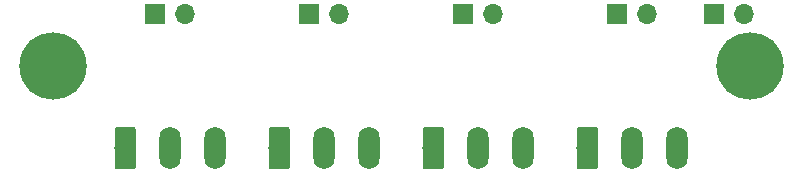
<source format=gbr>
G04 #@! TF.GenerationSoftware,KiCad,Pcbnew,(5.1.2)-1*
G04 #@! TF.CreationDate,2020-06-05T15:04:51-04:00*
G04 #@! TF.ProjectId,Step_Direction_Board,53746570-5f44-4697-9265-6374696f6e5f,rev?*
G04 #@! TF.SameCoordinates,PX7270e00PY78a3ca0*
G04 #@! TF.FileFunction,Copper,L1,Top*
G04 #@! TF.FilePolarity,Positive*
%FSLAX46Y46*%
G04 Gerber Fmt 4.6, Leading zero omitted, Abs format (unit mm)*
G04 Created by KiCad (PCBNEW (5.1.2)-1) date 2020-06-05 15:04:51*
%MOMM*%
%LPD*%
G04 APERTURE LIST*
%ADD10O,1.700000X1.700000*%
%ADD11R,1.700000X1.700000*%
%ADD12O,1.800000X3.600000*%
%ADD13C,0.100000*%
%ADD14C,1.800000*%
%ADD15C,5.700000*%
G04 APERTURE END LIST*
D10*
X53323846Y15376036D03*
D11*
X50783846Y15376036D03*
D10*
X40283846Y15376036D03*
D11*
X37743846Y15376036D03*
D10*
X27243846Y15376036D03*
D11*
X24703846Y15376036D03*
D10*
X14203846Y15376036D03*
D11*
X11663846Y15376036D03*
D10*
X61540000Y15376036D03*
D11*
X59000000Y15376036D03*
D12*
X55871055Y4036653D03*
X52061055Y4036653D03*
D13*
G36*
X48925559Y5835449D02*
G01*
X48949828Y5831849D01*
X48973626Y5825888D01*
X48996726Y5817623D01*
X49018904Y5807133D01*
X49039948Y5794520D01*
X49059653Y5779906D01*
X49077832Y5763430D01*
X49094308Y5745251D01*
X49108922Y5725546D01*
X49121535Y5704502D01*
X49132025Y5682324D01*
X49140290Y5659224D01*
X49146251Y5635426D01*
X49149851Y5611157D01*
X49151055Y5586653D01*
X49151055Y2486653D01*
X49149851Y2462149D01*
X49146251Y2437880D01*
X49140290Y2414082D01*
X49132025Y2390982D01*
X49121535Y2368804D01*
X49108922Y2347760D01*
X49094308Y2328055D01*
X49077832Y2309876D01*
X49059653Y2293400D01*
X49039948Y2278786D01*
X49018904Y2266173D01*
X48996726Y2255683D01*
X48973626Y2247418D01*
X48949828Y2241457D01*
X48925559Y2237857D01*
X48901055Y2236653D01*
X47601055Y2236653D01*
X47576551Y2237857D01*
X47552282Y2241457D01*
X47528484Y2247418D01*
X47505384Y2255683D01*
X47483206Y2266173D01*
X47462162Y2278786D01*
X47442457Y2293400D01*
X47424278Y2309876D01*
X47407802Y2328055D01*
X47393188Y2347760D01*
X47380575Y2368804D01*
X47370085Y2390982D01*
X47361820Y2414082D01*
X47355859Y2437880D01*
X47352259Y2462149D01*
X47351055Y2486653D01*
X47351055Y5586653D01*
X47352259Y5611157D01*
X47355859Y5635426D01*
X47361820Y5659224D01*
X47370085Y5682324D01*
X47380575Y5704502D01*
X47393188Y5725546D01*
X47407802Y5745251D01*
X47424278Y5763430D01*
X47442457Y5779906D01*
X47462162Y5794520D01*
X47483206Y5807133D01*
X47505384Y5817623D01*
X47528484Y5825888D01*
X47552282Y5831849D01*
X47576551Y5835449D01*
X47601055Y5836653D01*
X48901055Y5836653D01*
X48925559Y5835449D01*
X48925559Y5835449D01*
G37*
D14*
X48251055Y4036653D03*
D12*
X42831055Y4036653D03*
X39021055Y4036653D03*
D13*
G36*
X35885559Y5835449D02*
G01*
X35909828Y5831849D01*
X35933626Y5825888D01*
X35956726Y5817623D01*
X35978904Y5807133D01*
X35999948Y5794520D01*
X36019653Y5779906D01*
X36037832Y5763430D01*
X36054308Y5745251D01*
X36068922Y5725546D01*
X36081535Y5704502D01*
X36092025Y5682324D01*
X36100290Y5659224D01*
X36106251Y5635426D01*
X36109851Y5611157D01*
X36111055Y5586653D01*
X36111055Y2486653D01*
X36109851Y2462149D01*
X36106251Y2437880D01*
X36100290Y2414082D01*
X36092025Y2390982D01*
X36081535Y2368804D01*
X36068922Y2347760D01*
X36054308Y2328055D01*
X36037832Y2309876D01*
X36019653Y2293400D01*
X35999948Y2278786D01*
X35978904Y2266173D01*
X35956726Y2255683D01*
X35933626Y2247418D01*
X35909828Y2241457D01*
X35885559Y2237857D01*
X35861055Y2236653D01*
X34561055Y2236653D01*
X34536551Y2237857D01*
X34512282Y2241457D01*
X34488484Y2247418D01*
X34465384Y2255683D01*
X34443206Y2266173D01*
X34422162Y2278786D01*
X34402457Y2293400D01*
X34384278Y2309876D01*
X34367802Y2328055D01*
X34353188Y2347760D01*
X34340575Y2368804D01*
X34330085Y2390982D01*
X34321820Y2414082D01*
X34315859Y2437880D01*
X34312259Y2462149D01*
X34311055Y2486653D01*
X34311055Y5586653D01*
X34312259Y5611157D01*
X34315859Y5635426D01*
X34321820Y5659224D01*
X34330085Y5682324D01*
X34340575Y5704502D01*
X34353188Y5725546D01*
X34367802Y5745251D01*
X34384278Y5763430D01*
X34402457Y5779906D01*
X34422162Y5794520D01*
X34443206Y5807133D01*
X34465384Y5817623D01*
X34488484Y5825888D01*
X34512282Y5831849D01*
X34536551Y5835449D01*
X34561055Y5836653D01*
X35861055Y5836653D01*
X35885559Y5835449D01*
X35885559Y5835449D01*
G37*
D14*
X35211055Y4036653D03*
D12*
X29791055Y4036653D03*
X25981055Y4036653D03*
D13*
G36*
X22845559Y5835449D02*
G01*
X22869828Y5831849D01*
X22893626Y5825888D01*
X22916726Y5817623D01*
X22938904Y5807133D01*
X22959948Y5794520D01*
X22979653Y5779906D01*
X22997832Y5763430D01*
X23014308Y5745251D01*
X23028922Y5725546D01*
X23041535Y5704502D01*
X23052025Y5682324D01*
X23060290Y5659224D01*
X23066251Y5635426D01*
X23069851Y5611157D01*
X23071055Y5586653D01*
X23071055Y2486653D01*
X23069851Y2462149D01*
X23066251Y2437880D01*
X23060290Y2414082D01*
X23052025Y2390982D01*
X23041535Y2368804D01*
X23028922Y2347760D01*
X23014308Y2328055D01*
X22997832Y2309876D01*
X22979653Y2293400D01*
X22959948Y2278786D01*
X22938904Y2266173D01*
X22916726Y2255683D01*
X22893626Y2247418D01*
X22869828Y2241457D01*
X22845559Y2237857D01*
X22821055Y2236653D01*
X21521055Y2236653D01*
X21496551Y2237857D01*
X21472282Y2241457D01*
X21448484Y2247418D01*
X21425384Y2255683D01*
X21403206Y2266173D01*
X21382162Y2278786D01*
X21362457Y2293400D01*
X21344278Y2309876D01*
X21327802Y2328055D01*
X21313188Y2347760D01*
X21300575Y2368804D01*
X21290085Y2390982D01*
X21281820Y2414082D01*
X21275859Y2437880D01*
X21272259Y2462149D01*
X21271055Y2486653D01*
X21271055Y5586653D01*
X21272259Y5611157D01*
X21275859Y5635426D01*
X21281820Y5659224D01*
X21290085Y5682324D01*
X21300575Y5704502D01*
X21313188Y5725546D01*
X21327802Y5745251D01*
X21344278Y5763430D01*
X21362457Y5779906D01*
X21382162Y5794520D01*
X21403206Y5807133D01*
X21425384Y5817623D01*
X21448484Y5825888D01*
X21472282Y5831849D01*
X21496551Y5835449D01*
X21521055Y5836653D01*
X22821055Y5836653D01*
X22845559Y5835449D01*
X22845559Y5835449D01*
G37*
D14*
X22171055Y4036653D03*
D12*
X16751055Y4036653D03*
X12941055Y4036653D03*
D13*
G36*
X9805559Y5835449D02*
G01*
X9829828Y5831849D01*
X9853626Y5825888D01*
X9876726Y5817623D01*
X9898904Y5807133D01*
X9919948Y5794520D01*
X9939653Y5779906D01*
X9957832Y5763430D01*
X9974308Y5745251D01*
X9988922Y5725546D01*
X10001535Y5704502D01*
X10012025Y5682324D01*
X10020290Y5659224D01*
X10026251Y5635426D01*
X10029851Y5611157D01*
X10031055Y5586653D01*
X10031055Y2486653D01*
X10029851Y2462149D01*
X10026251Y2437880D01*
X10020290Y2414082D01*
X10012025Y2390982D01*
X10001535Y2368804D01*
X9988922Y2347760D01*
X9974308Y2328055D01*
X9957832Y2309876D01*
X9939653Y2293400D01*
X9919948Y2278786D01*
X9898904Y2266173D01*
X9876726Y2255683D01*
X9853626Y2247418D01*
X9829828Y2241457D01*
X9805559Y2237857D01*
X9781055Y2236653D01*
X8481055Y2236653D01*
X8456551Y2237857D01*
X8432282Y2241457D01*
X8408484Y2247418D01*
X8385384Y2255683D01*
X8363206Y2266173D01*
X8342162Y2278786D01*
X8322457Y2293400D01*
X8304278Y2309876D01*
X8287802Y2328055D01*
X8273188Y2347760D01*
X8260575Y2368804D01*
X8250085Y2390982D01*
X8241820Y2414082D01*
X8235859Y2437880D01*
X8232259Y2462149D01*
X8231055Y2486653D01*
X8231055Y5586653D01*
X8232259Y5611157D01*
X8235859Y5635426D01*
X8241820Y5659224D01*
X8250085Y5682324D01*
X8260575Y5704502D01*
X8273188Y5725546D01*
X8287802Y5745251D01*
X8304278Y5763430D01*
X8322457Y5779906D01*
X8342162Y5794520D01*
X8363206Y5807133D01*
X8385384Y5817623D01*
X8408484Y5825888D01*
X8432282Y5831849D01*
X8456551Y5835449D01*
X8481055Y5836653D01*
X9781055Y5836653D01*
X9805559Y5835449D01*
X9805559Y5835449D01*
G37*
D14*
X9131055Y4036653D03*
D15*
X62000000Y11000000D03*
X3000000Y11000000D03*
M02*

</source>
